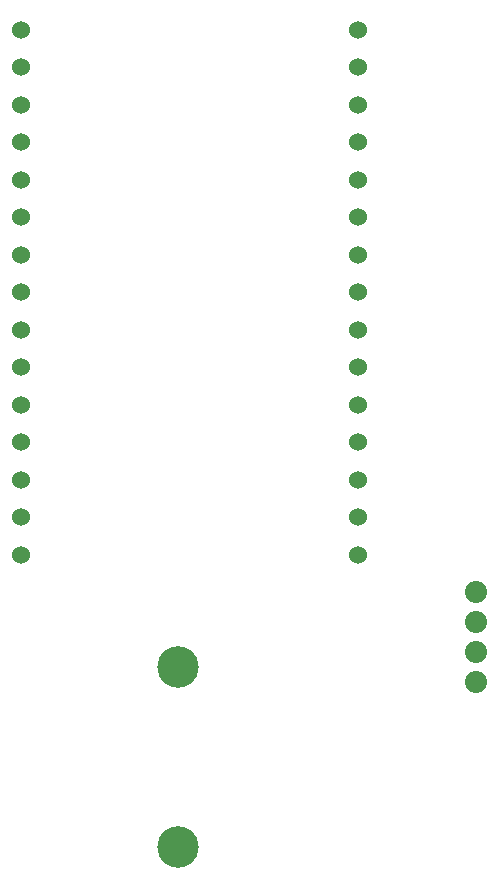
<source format=gtp>
G04 MADE WITH FRITZING*
G04 WWW.FRITZING.ORG*
G04 DOUBLE SIDED*
G04 HOLES PLATED*
G04 CONTOUR ON CENTER OF CONTOUR VECTOR*
%ASAXBY*%
%FSLAX23Y23*%
%MOIN*%
%OFA0B0*%
%SFA1.0B1.0*%
%ADD10C,0.138425*%
%ADD11C,0.073889*%
%ADD12C,0.060000*%
%LNPASTEMASK1*%
G90*
G70*
G54D10*
X4422Y163D03*
X4422Y763D03*
G54D11*
X5415Y713D03*
X5415Y813D03*
X5415Y913D03*
X5415Y1013D03*
G54D12*
X3897Y1388D03*
X5022Y1138D03*
X5022Y1263D03*
X5022Y1388D03*
X5022Y1513D03*
X5022Y1638D03*
X3897Y1263D03*
X3897Y1138D03*
X3897Y1513D03*
X5022Y1763D03*
X5022Y1888D03*
X5022Y2013D03*
X5022Y2138D03*
X5022Y2263D03*
X5022Y2388D03*
X5022Y2513D03*
X5022Y2638D03*
X5022Y2763D03*
X5022Y2888D03*
X3897Y2013D03*
X3897Y2138D03*
X3897Y2263D03*
X3897Y2388D03*
X3897Y2513D03*
X3897Y2638D03*
X3897Y2763D03*
X3897Y2888D03*
X3897Y1638D03*
X3897Y1763D03*
X3897Y1888D03*
G04 End of PasteMask1*
M02*
</source>
